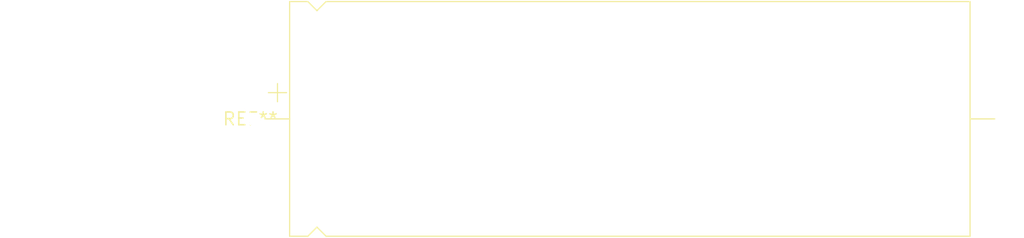
<source format=kicad_pcb>
(kicad_pcb (version 20240108) (generator pcbnew)
  (layers (0 "F.Cu" signal) (31 "B.Cu" signal) (34 "B.Paste" user) (35 "F.Paste" user) (36 "B.SilkS" user "B.Silkscreen") (37 "F.SilkS" user "F.Silkscreen") (38 "B.Mask" user) (39 "F.Mask" user) (44 "Edge.Cuts" user))
  (net 0 "")
  (footprint "CP_Axial_L67.0mm_D23.0mm_P75.00mm_Horizontal" (layer "F.Cu") (at 0 0)
    (property "Reference" "REF**")
    (property "Value" "CP_Axial_L67.0mm_D23.0mm_P75.00mm_Horizontal")
    (fp_line (start 1.44 0) (end 3.88 0) (layer "F.SilkS") (stroke (width 0.12)))
    (fp_line (start 1.78 -2.6) (end 3.58 -2.6) (layer "F.SilkS") (stroke (width 0.12)))
    (fp_line (start 2.68 -3.5) (end 2.68 -1.7) (layer "F.SilkS") (stroke (width 0.12)))
    (fp_line (start 3.88 -11.62) (end 3.88 11.62) (layer "F.SilkS") (stroke (width 0.12)))
    (fp_line (start 3.88 -11.62) (end 5.68 -11.62) (layer "F.SilkS") (stroke (width 0.12)))
    (fp_line (start 3.88 11.62) (end 5.68 11.62) (layer "F.SilkS") (stroke (width 0.12)))
    (fp_line (start 5.68 -11.62) (end 6.58 -10.72) (layer "F.SilkS") (stroke (width 0.12)))
    (fp_line (start 5.68 11.62) (end 6.58 10.72) (layer "F.SilkS") (stroke (width 0.12)))
    (fp_line (start 6.58 -10.72) (end 7.48 -11.62) (layer "F.SilkS") (stroke (width 0.12)))
    (fp_line (start 6.58 10.72) (end 7.48 11.62) (layer "F.SilkS") (stroke (width 0.12)))
    (fp_line (start 7.48 -11.62) (end 71.12 -11.62) (layer "F.SilkS") (stroke (width 0.12)))
    (fp_line (start 7.48 11.62) (end 71.12 11.62) (layer "F.SilkS") (stroke (width 0.12)))
    (fp_line (start 71.12 -11.62) (end 71.12 11.62) (layer "F.SilkS") (stroke (width 0.12)))
    (fp_line (start 73.56 0) (end 71.12 0) (layer "F.SilkS") (stroke (width 0.12)))
    (pad "1" thru_hole rect (at 0 0) (size 2.4 2.4) (drill 1.2) (layers *.Cu *.Mask) (remove_unused_layers))
    (pad "2" thru_hole oval (at 75 0) (size 2.4 2.4) (drill 1.2) (layers *.Cu *.Mask) (remove_unused_layers))
  )
)
</source>
